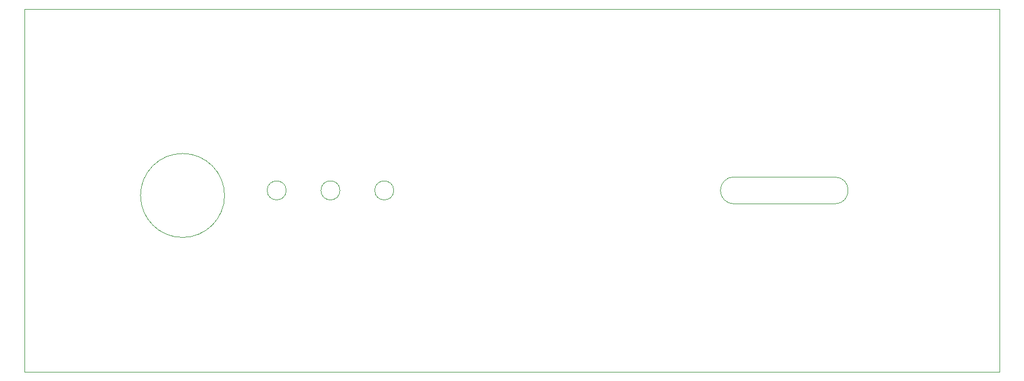
<source format=gbr>
%TF.GenerationSoftware,KiCad,Pcbnew,8.0.5*%
%TF.CreationDate,2025-07-23T09:32:54+02:00*%
%TF.ProjectId,SVX_Node_Case_front,5356585f-4e6f-4646-955f-436173655f66,rev?*%
%TF.SameCoordinates,Original*%
%TF.FileFunction,Profile,NP*%
%FSLAX46Y46*%
G04 Gerber Fmt 4.6, Leading zero omitted, Abs format (unit mm)*
G04 Created by KiCad (PCBNEW 8.0.5) date 2025-07-23 09:32:54*
%MOMM*%
%LPD*%
G01*
G04 APERTURE LIST*
%TA.AperFunction,Profile*%
%ADD10C,0.100000*%
%TD*%
%TA.AperFunction,Profile*%
%ADD11C,0.050000*%
%TD*%
G04 APERTURE END LIST*
D10*
X104250000Y-91750000D02*
G75*
G02*
X91750000Y-91750000I-6250000J0D01*
G01*
X91750000Y-91750000D02*
G75*
G02*
X104250000Y-91750000I6250000J0D01*
G01*
D11*
X129414214Y-91000000D02*
G75*
G02*
X126585786Y-91000000I-1414214J0D01*
G01*
X126585786Y-91000000D02*
G75*
G02*
X129414214Y-91000000I1414214J0D01*
G01*
X121414214Y-91000000D02*
G75*
G02*
X118585786Y-91000000I-1414214J0D01*
G01*
X118585786Y-91000000D02*
G75*
G02*
X121414214Y-91000000I1414214J0D01*
G01*
X113414214Y-91000000D02*
G75*
G02*
X110585786Y-91000000I-1414214J0D01*
G01*
X110585786Y-91000000D02*
G75*
G02*
X113414214Y-91000000I1414214J0D01*
G01*
X178000000Y-91000000D02*
G75*
G02*
X180000000Y-89000000I2000000J0D01*
G01*
X195000000Y-89000000D02*
G75*
G02*
X195000000Y-93000000I0J-2000000D01*
G01*
X180000000Y-93000000D02*
X195000000Y-93000000D01*
X180000000Y-89000000D02*
X195000000Y-89000000D01*
X74500000Y-64000000D02*
X219500000Y-64000000D01*
X219500000Y-118000000D01*
X74500000Y-118000000D01*
X74500000Y-64000000D01*
X180000000Y-93000000D02*
G75*
G02*
X178000000Y-91000000I0J2000000D01*
G01*
M02*

</source>
